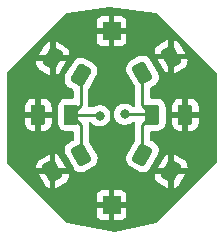
<source format=gbr>
%TF.GenerationSoftware,KiCad,Pcbnew,(7.0.0)*%
%TF.CreationDate,2023-09-10T21:06:30+09:30*%
%TF.ProjectId,ring_mono,72696e67-5f6d-46f6-9e6f-2e6b69636164,rev?*%
%TF.SameCoordinates,Original*%
%TF.FileFunction,Copper,L1,Top*%
%TF.FilePolarity,Positive*%
%FSLAX46Y46*%
G04 Gerber Fmt 4.6, Leading zero omitted, Abs format (unit mm)*
G04 Created by KiCad (PCBNEW (7.0.0)) date 2023-09-10 21:06:30*
%MOMM*%
%LPD*%
G01*
G04 APERTURE LIST*
G04 Aperture macros list*
%AMRoundRect*
0 Rectangle with rounded corners*
0 $1 Rounding radius*
0 $2 $3 $4 $5 $6 $7 $8 $9 X,Y pos of 4 corners*
0 Add a 4 corners polygon primitive as box body*
4,1,4,$2,$3,$4,$5,$6,$7,$8,$9,$2,$3,0*
0 Add four circle primitives for the rounded corners*
1,1,$1+$1,$2,$3*
1,1,$1+$1,$4,$5*
1,1,$1+$1,$6,$7*
1,1,$1+$1,$8,$9*
0 Add four rect primitives between the rounded corners*
20,1,$1+$1,$2,$3,$4,$5,0*
20,1,$1+$1,$4,$5,$6,$7,0*
20,1,$1+$1,$6,$7,$8,$9,0*
20,1,$1+$1,$8,$9,$2,$3,0*%
G04 Aperture macros list end*
%TA.AperFunction,SMDPad,CuDef*%
%ADD10RoundRect,0.250000X0.637260X0.353766X-0.012260X0.728766X-0.637260X-0.353766X0.012260X-0.728766X0*%
%TD*%
%TA.AperFunction,SMDPad,CuDef*%
%ADD11RoundRect,0.250000X0.375000X0.625000X-0.375000X0.625000X-0.375000X-0.625000X0.375000X-0.625000X0*%
%TD*%
%TA.AperFunction,SMDPad,CuDef*%
%ADD12RoundRect,0.250000X0.012260X0.728766X-0.637260X0.353766X-0.012260X-0.728766X0.637260X-0.353766X0*%
%TD*%
%TA.AperFunction,SMDPad,CuDef*%
%ADD13R,1.500000X1.500000*%
%TD*%
%TA.AperFunction,SMDPad,CuDef*%
%ADD14RoundRect,0.250000X-0.012260X-0.728766X0.637260X-0.353766X0.012260X0.728766X-0.637260X0.353766X0*%
%TD*%
%TA.AperFunction,SMDPad,CuDef*%
%ADD15RoundRect,0.250000X-0.643337X-0.342590X-0.000461X-0.728869X0.643337X0.342590X0.000461X0.728869X0*%
%TD*%
%TA.AperFunction,SMDPad,CuDef*%
%ADD16RoundRect,0.250000X-0.375000X-0.625000X0.375000X-0.625000X0.375000X0.625000X-0.375000X0.625000X0*%
%TD*%
%TA.AperFunction,ViaPad*%
%ADD17C,0.800000*%
%TD*%
%TA.AperFunction,Conductor*%
%ADD18C,0.250000*%
%TD*%
G04 APERTURE END LIST*
D10*
%TO.P,D5,1,K*%
%TO.N,/GND*%
X141928436Y-87568000D03*
%TO.P,D5,2,A*%
%TO.N,VCC*%
X139503564Y-86168000D03*
%TD*%
D11*
%TO.P,D4,1,K*%
%TO.N,/GND*%
X143132000Y-82804000D03*
%TO.P,D4,2,A*%
%TO.N,VCC*%
X140332000Y-82804000D03*
%TD*%
D12*
%TO.P,D1,1,K*%
%TO.N,/GND*%
X141928436Y-77862200D03*
%TO.P,D1,2,A*%
%TO.N,VCC*%
X139503564Y-79262200D03*
%TD*%
D13*
%TO.P,TP1,1,1*%
%TO.N,/GND*%
X136880599Y-75691999D03*
%TD*%
%TO.P,TP2,1,1*%
%TO.N,/GND*%
X136880599Y-90423999D03*
%TD*%
D14*
%TO.P,D6,1,K*%
%TO.N,/GND*%
X131883564Y-87568000D03*
%TO.P,D6,2,A*%
%TO.N,VCC*%
X134308436Y-86168000D03*
%TD*%
D15*
%TO.P,D2,1,K*%
%TO.N,/GND*%
X131895966Y-78018947D03*
%TO.P,D2,2,A*%
%TO.N,VCC*%
X134296034Y-79461053D03*
%TD*%
D16*
%TO.P,D3,1,K*%
%TO.N,/GND*%
X130680000Y-82804000D03*
%TO.P,D3,2,A*%
%TO.N,VCC*%
X133480000Y-82804000D03*
%TD*%
D17*
%TO.N,VCC*%
X135890000Y-82880200D03*
X137998200Y-82753200D03*
%TD*%
D18*
%TO.N,VCC*%
X139503564Y-83632436D02*
X140332000Y-82804000D01*
X139503564Y-81975564D02*
X139503564Y-79262200D01*
X140332000Y-82804000D02*
X139503564Y-81975564D01*
X133480000Y-82804000D02*
X134308436Y-83632436D01*
X133480000Y-82804000D02*
X135813800Y-82804000D01*
X135813800Y-82804000D02*
X135890000Y-82880200D01*
X134308436Y-83632436D02*
X134308436Y-86168000D01*
X134296034Y-81987966D02*
X134296034Y-79461053D01*
X140281200Y-82753200D02*
X140332000Y-82804000D01*
X133480000Y-82804000D02*
X134296034Y-81987966D01*
X139503564Y-86168000D02*
X139503564Y-83632436D01*
X137998200Y-82753200D02*
X140281200Y-82753200D01*
%TD*%
%TA.AperFunction,Conductor*%
%TO.N,/GND*%
G36*
X140673552Y-74163197D02*
G01*
X140712648Y-74174847D01*
X140745849Y-74198557D01*
X145759181Y-79211888D01*
X145786061Y-79252116D01*
X145795500Y-79299569D01*
X145795500Y-86816431D01*
X145786061Y-86863884D01*
X145759181Y-86904112D01*
X140741643Y-91921647D01*
X140713220Y-91942890D01*
X140679944Y-91955213D01*
X137184346Y-92704271D01*
X137135512Y-92704900D01*
X133133946Y-91954605D01*
X133098947Y-91942407D01*
X133069117Y-91920410D01*
X132367225Y-91218518D01*
X135630600Y-91218518D01*
X135630953Y-91225114D01*
X135636173Y-91273667D01*
X135639711Y-91288641D01*
X135684147Y-91407777D01*
X135692562Y-91423189D01*
X135768098Y-91524092D01*
X135780507Y-91536501D01*
X135881410Y-91612037D01*
X135896822Y-91620452D01*
X136015958Y-91664888D01*
X136030932Y-91668426D01*
X136079485Y-91673646D01*
X136086082Y-91674000D01*
X136614274Y-91674000D01*
X136627149Y-91670549D01*
X136630600Y-91657674D01*
X137130600Y-91657674D01*
X137134050Y-91670549D01*
X137146926Y-91674000D01*
X137675118Y-91674000D01*
X137681714Y-91673646D01*
X137730267Y-91668426D01*
X137745241Y-91664888D01*
X137864377Y-91620452D01*
X137879789Y-91612037D01*
X137980692Y-91536501D01*
X137993101Y-91524092D01*
X138068637Y-91423189D01*
X138077052Y-91407777D01*
X138121488Y-91288641D01*
X138125026Y-91273667D01*
X138130246Y-91225114D01*
X138130600Y-91218518D01*
X138130600Y-90690326D01*
X138127149Y-90677450D01*
X138114274Y-90674000D01*
X137146926Y-90674000D01*
X137134050Y-90677450D01*
X137130600Y-90690326D01*
X137130600Y-91657674D01*
X136630600Y-91657674D01*
X136630600Y-90690326D01*
X136627149Y-90677450D01*
X136614274Y-90674000D01*
X135646926Y-90674000D01*
X135634050Y-90677450D01*
X135630600Y-90690326D01*
X135630600Y-91218518D01*
X132367225Y-91218518D01*
X131306381Y-90157674D01*
X135630600Y-90157674D01*
X135634050Y-90170549D01*
X135646926Y-90174000D01*
X136614274Y-90174000D01*
X136627149Y-90170549D01*
X136630600Y-90157674D01*
X137130600Y-90157674D01*
X137134050Y-90170549D01*
X137146926Y-90174000D01*
X138114274Y-90174000D01*
X138127149Y-90170549D01*
X138130600Y-90157674D01*
X138130600Y-89629482D01*
X138130246Y-89622885D01*
X138125026Y-89574332D01*
X138121488Y-89559358D01*
X138077052Y-89440222D01*
X138068637Y-89424810D01*
X137993101Y-89323907D01*
X137980692Y-89311498D01*
X137879789Y-89235962D01*
X137864377Y-89227547D01*
X137745241Y-89183111D01*
X137730267Y-89179573D01*
X137681714Y-89174353D01*
X137675118Y-89174000D01*
X137146926Y-89174000D01*
X137134050Y-89177450D01*
X137130600Y-89190326D01*
X137130600Y-90157674D01*
X136630600Y-90157674D01*
X136630600Y-89190326D01*
X136627149Y-89177450D01*
X136614274Y-89174000D01*
X136086082Y-89174000D01*
X136079485Y-89174353D01*
X136030932Y-89179573D01*
X136015958Y-89183111D01*
X135896822Y-89227547D01*
X135881410Y-89235962D01*
X135780507Y-89311498D01*
X135768098Y-89323907D01*
X135692562Y-89424810D01*
X135684147Y-89440222D01*
X135639711Y-89559358D01*
X135636173Y-89574332D01*
X135630953Y-89622885D01*
X135630600Y-89629482D01*
X135630600Y-90157674D01*
X131306381Y-90157674D01*
X128969695Y-87820987D01*
X130734039Y-87820987D01*
X130737027Y-87832139D01*
X131245191Y-88712305D01*
X131248627Y-88717613D01*
X131303259Y-88793271D01*
X131312275Y-88803255D01*
X131432798Y-88910511D01*
X131444552Y-88918741D01*
X131586156Y-88995093D01*
X131599492Y-89000391D01*
X131619783Y-89005828D01*
X131631012Y-89006196D01*
X131633564Y-88995254D01*
X131633564Y-88986920D01*
X132133564Y-88986920D01*
X132136398Y-88998062D01*
X132147727Y-88996085D01*
X132200137Y-88972567D01*
X132205756Y-88969694D01*
X132936377Y-88547869D01*
X132941654Y-88544454D01*
X133017324Y-88489813D01*
X133027319Y-88480787D01*
X133134567Y-88360272D01*
X133142796Y-88348520D01*
X133219154Y-88206908D01*
X133224448Y-88193581D01*
X133266087Y-88038183D01*
X133268167Y-88023984D01*
X133272846Y-87863172D01*
X140539153Y-87863172D01*
X140543832Y-88023984D01*
X140545912Y-88038183D01*
X140587551Y-88193581D01*
X140592845Y-88206908D01*
X140669203Y-88348520D01*
X140677432Y-88360272D01*
X140784684Y-88480791D01*
X140794671Y-88489810D01*
X140870327Y-88544442D01*
X140875635Y-88547878D01*
X141606243Y-88969694D01*
X141611856Y-88972564D01*
X141664273Y-88996085D01*
X141675601Y-88998062D01*
X141676315Y-88995254D01*
X142178436Y-88995254D01*
X142180987Y-89006196D01*
X142192216Y-89005828D01*
X142212507Y-89000391D01*
X142225843Y-88995093D01*
X142367447Y-88918741D01*
X142379201Y-88910511D01*
X142499724Y-88803255D01*
X142508740Y-88793270D01*
X142563372Y-88717614D01*
X142566808Y-88712306D01*
X143074972Y-87832139D01*
X143077960Y-87820987D01*
X143066810Y-87818000D01*
X142194762Y-87818000D01*
X142181886Y-87821450D01*
X142178436Y-87834326D01*
X142178436Y-88995254D01*
X141676315Y-88995254D01*
X141678436Y-88986920D01*
X141678436Y-87834326D01*
X141674985Y-87821450D01*
X141662110Y-87818000D01*
X140560971Y-87818000D01*
X140549035Y-87820767D01*
X140543911Y-87831896D01*
X140540404Y-87848880D01*
X140539153Y-87863172D01*
X133272846Y-87863172D01*
X133271595Y-87848880D01*
X133268088Y-87831896D01*
X133262964Y-87820767D01*
X133251029Y-87818000D01*
X132149890Y-87818000D01*
X132137014Y-87821450D01*
X132133564Y-87834326D01*
X132133564Y-88986920D01*
X131633564Y-88986920D01*
X131633564Y-87834326D01*
X131630113Y-87821450D01*
X131617238Y-87818000D01*
X130745190Y-87818000D01*
X130734039Y-87820987D01*
X128969695Y-87820987D01*
X128421535Y-87272827D01*
X130494281Y-87272827D01*
X130495532Y-87287119D01*
X130499039Y-87304103D01*
X130504163Y-87315232D01*
X130516099Y-87318000D01*
X131617238Y-87318000D01*
X131630113Y-87314549D01*
X131633564Y-87301674D01*
X132133564Y-87301674D01*
X132137014Y-87314549D01*
X132149890Y-87318000D01*
X133021938Y-87318000D01*
X133033088Y-87315012D01*
X133030100Y-87303860D01*
X132521936Y-86423694D01*
X132518500Y-86418386D01*
X132463868Y-86342728D01*
X132454852Y-86332744D01*
X132334329Y-86225488D01*
X132322575Y-86217258D01*
X132180971Y-86140906D01*
X132167635Y-86135608D01*
X132147344Y-86130171D01*
X132136115Y-86129803D01*
X132133564Y-86140746D01*
X132133564Y-87301674D01*
X131633564Y-87301674D01*
X131633564Y-86149080D01*
X131630729Y-86137937D01*
X131619400Y-86139914D01*
X131566990Y-86163432D01*
X131561371Y-86166305D01*
X130830750Y-86588130D01*
X130825473Y-86591545D01*
X130749803Y-86646186D01*
X130739808Y-86655212D01*
X130632560Y-86775727D01*
X130624331Y-86787479D01*
X130547973Y-86929091D01*
X130542679Y-86942418D01*
X130501040Y-87097816D01*
X130498960Y-87112015D01*
X130494281Y-87272827D01*
X128421535Y-87272827D01*
X128052819Y-86904111D01*
X128025939Y-86863883D01*
X128016500Y-86816430D01*
X128016500Y-83475829D01*
X129555001Y-83475829D01*
X129555321Y-83482111D01*
X129564805Y-83574959D01*
X129567623Y-83588122D01*
X129618370Y-83741267D01*
X129624432Y-83754266D01*
X129708890Y-83891194D01*
X129717794Y-83902455D01*
X129831544Y-84016205D01*
X129842805Y-84025109D01*
X129979733Y-84109567D01*
X129992732Y-84115629D01*
X130145874Y-84166375D01*
X130159041Y-84169194D01*
X130251890Y-84178680D01*
X130258168Y-84179000D01*
X130413674Y-84179000D01*
X130426549Y-84175549D01*
X130430000Y-84162674D01*
X130430000Y-84162673D01*
X130930000Y-84162673D01*
X130933450Y-84175548D01*
X130946326Y-84178999D01*
X131101829Y-84178999D01*
X131108111Y-84178678D01*
X131200959Y-84169194D01*
X131214122Y-84166376D01*
X131367267Y-84115629D01*
X131380266Y-84109567D01*
X131517194Y-84025109D01*
X131528455Y-84016205D01*
X131642205Y-83902455D01*
X131651109Y-83891194D01*
X131735567Y-83754266D01*
X131741629Y-83741267D01*
X131792375Y-83588125D01*
X131795194Y-83574958D01*
X131804680Y-83482109D01*
X131804998Y-83475878D01*
X132354500Y-83475878D01*
X132354501Y-83479008D01*
X132354820Y-83482140D01*
X132354821Y-83482141D01*
X132364312Y-83575061D01*
X132364313Y-83575069D01*
X132365001Y-83581797D01*
X132367129Y-83588219D01*
X132367130Y-83588223D01*
X132393493Y-83667781D01*
X132420186Y-83748334D01*
X132423977Y-83754480D01*
X132508497Y-83891511D01*
X132508500Y-83891515D01*
X132512288Y-83897656D01*
X132636344Y-84021712D01*
X132642485Y-84025500D01*
X132642488Y-84025502D01*
X132699558Y-84060702D01*
X132785666Y-84113814D01*
X132952203Y-84168999D01*
X133054991Y-84179500D01*
X133558936Y-84179499D01*
X133620936Y-84196112D01*
X133666323Y-84241499D01*
X133682936Y-84303499D01*
X133682936Y-84869252D01*
X133666323Y-84931252D01*
X133620936Y-84976638D01*
X133529946Y-85029172D01*
X133255346Y-85187712D01*
X133255337Y-85187717D01*
X133252619Y-85189287D01*
X133250086Y-85191115D01*
X133250069Y-85191127D01*
X133174341Y-85245810D01*
X133174336Y-85245813D01*
X133168851Y-85249775D01*
X133164347Y-85254835D01*
X133164346Y-85254837D01*
X133057021Y-85375437D01*
X133057018Y-85375441D01*
X133052218Y-85380835D01*
X133048793Y-85387186D01*
X133048788Y-85387194D01*
X132972381Y-85528898D01*
X132968952Y-85535258D01*
X132967084Y-85542227D01*
X132967082Y-85542234D01*
X132925414Y-85697743D01*
X132925412Y-85697751D01*
X132923545Y-85704722D01*
X132923335Y-85711933D01*
X132923334Y-85711942D01*
X132918652Y-85872872D01*
X132918652Y-85872880D01*
X132918443Y-85880090D01*
X132919902Y-85887158D01*
X132919903Y-85887164D01*
X132952550Y-86045274D01*
X132953920Y-86051908D01*
X132956688Y-86058078D01*
X132956690Y-86058082D01*
X132986372Y-86124230D01*
X132996220Y-86146175D01*
X132997798Y-86148909D01*
X132997799Y-86148910D01*
X133664750Y-87304103D01*
X133671229Y-87315324D01*
X133731717Y-87399091D01*
X133862777Y-87515724D01*
X133869129Y-87519149D01*
X133869132Y-87519151D01*
X133969028Y-87573015D01*
X134017201Y-87598990D01*
X134140545Y-87632040D01*
X134179688Y-87642529D01*
X134179689Y-87642529D01*
X134186664Y-87644398D01*
X134362032Y-87649499D01*
X134533850Y-87614022D01*
X134628117Y-87571722D01*
X135364253Y-87146713D01*
X135448021Y-87086225D01*
X135564654Y-86955165D01*
X135647920Y-86800742D01*
X135693327Y-86631278D01*
X135698429Y-86455910D01*
X135662952Y-86284092D01*
X135620652Y-86189825D01*
X135080833Y-85254832D01*
X134950549Y-85029173D01*
X134933936Y-84967173D01*
X134933936Y-83710207D01*
X134934456Y-83699154D01*
X134936108Y-83691768D01*
X134933997Y-83624580D01*
X134933936Y-83620686D01*
X134933936Y-83596981D01*
X134933936Y-83593086D01*
X134933434Y-83589117D01*
X134932516Y-83577458D01*
X134932390Y-83573453D01*
X134931885Y-83557391D01*
X134947164Y-83493760D01*
X134992705Y-83446767D01*
X135055825Y-83429500D01*
X135117642Y-83429500D01*
X135168077Y-83440220D01*
X135209791Y-83470527D01*
X135220221Y-83482111D01*
X135266522Y-83533534D01*
X135284129Y-83553088D01*
X135289387Y-83556908D01*
X135289388Y-83556909D01*
X135323644Y-83581797D01*
X135437270Y-83664351D01*
X135610197Y-83741344D01*
X135795354Y-83780700D01*
X135978143Y-83780700D01*
X135984646Y-83780700D01*
X136169803Y-83741344D01*
X136342730Y-83664351D01*
X136495871Y-83553088D01*
X136622533Y-83412416D01*
X136717179Y-83248484D01*
X136775674Y-83068456D01*
X136795460Y-82880200D01*
X136782112Y-82753200D01*
X137092740Y-82753200D01*
X137093419Y-82759660D01*
X137111846Y-82934995D01*
X137111847Y-82935003D01*
X137112526Y-82941456D01*
X137114531Y-82947628D01*
X137114533Y-82947635D01*
X137169013Y-83115305D01*
X137171021Y-83121484D01*
X137174268Y-83127108D01*
X137174269Y-83127110D01*
X137247592Y-83254110D01*
X137265667Y-83285416D01*
X137270011Y-83290241D01*
X137270013Y-83290243D01*
X137384064Y-83416909D01*
X137392329Y-83426088D01*
X137545470Y-83537351D01*
X137718397Y-83614344D01*
X137903554Y-83653700D01*
X138086343Y-83653700D01*
X138092846Y-83653700D01*
X138278003Y-83614344D01*
X138450930Y-83537351D01*
X138604071Y-83426088D01*
X138609801Y-83419723D01*
X138611471Y-83418510D01*
X138613250Y-83416909D01*
X138613418Y-83417095D01*
X138651515Y-83389419D01*
X138701948Y-83378700D01*
X138763063Y-83378700D01*
X138817615Y-83391344D01*
X138861041Y-83426698D01*
X138884486Y-83477552D01*
X138883168Y-83533534D01*
X138880003Y-83545861D01*
X138880002Y-83545868D01*
X138878064Y-83553417D01*
X138878064Y-83561213D01*
X138878064Y-83573453D01*
X138876538Y-83592838D01*
X138873404Y-83612632D01*
X138874138Y-83620397D01*
X138874138Y-83620400D01*
X138877514Y-83656112D01*
X138878064Y-83667781D01*
X138878064Y-84967172D01*
X138861451Y-85029172D01*
X138192927Y-86187090D01*
X138192918Y-86187105D01*
X138191349Y-86189825D01*
X138190061Y-86192694D01*
X138190057Y-86192703D01*
X138151820Y-86277914D01*
X138149048Y-86284092D01*
X138147679Y-86290721D01*
X138147678Y-86290725D01*
X138115031Y-86448835D01*
X138115030Y-86448842D01*
X138113571Y-86455910D01*
X138113780Y-86463118D01*
X138113780Y-86463127D01*
X138118462Y-86624057D01*
X138118463Y-86624064D01*
X138118673Y-86631278D01*
X138120541Y-86638250D01*
X138120542Y-86638256D01*
X138162210Y-86793765D01*
X138162211Y-86793769D01*
X138164080Y-86800742D01*
X138167509Y-86807101D01*
X138243916Y-86948805D01*
X138243918Y-86948808D01*
X138247346Y-86955165D01*
X138363979Y-87086225D01*
X138447745Y-87146713D01*
X139183882Y-87571721D01*
X139278150Y-87614022D01*
X139449968Y-87649499D01*
X139625336Y-87644398D01*
X139794799Y-87598990D01*
X139949223Y-87515724D01*
X140080283Y-87399091D01*
X140140771Y-87315325D01*
X140140952Y-87315012D01*
X140778911Y-87315012D01*
X140790062Y-87318000D01*
X141662110Y-87318000D01*
X141674985Y-87314549D01*
X141678436Y-87301674D01*
X142178436Y-87301674D01*
X142181886Y-87314549D01*
X142194762Y-87318000D01*
X143295901Y-87318000D01*
X143307836Y-87315232D01*
X143312960Y-87304103D01*
X143316467Y-87287119D01*
X143317718Y-87272827D01*
X143313039Y-87112015D01*
X143310959Y-87097816D01*
X143269320Y-86942418D01*
X143264026Y-86929091D01*
X143187668Y-86787479D01*
X143179439Y-86775727D01*
X143072187Y-86655208D01*
X143062200Y-86646189D01*
X142986544Y-86591557D01*
X142981236Y-86588121D01*
X142250628Y-86166305D01*
X142245015Y-86163435D01*
X142192598Y-86139914D01*
X142181270Y-86137937D01*
X142178436Y-86149080D01*
X142178436Y-87301674D01*
X141678436Y-87301674D01*
X141678436Y-86140746D01*
X141675884Y-86129803D01*
X141664655Y-86130171D01*
X141644364Y-86135608D01*
X141631028Y-86140906D01*
X141489424Y-86217258D01*
X141477670Y-86225488D01*
X141357147Y-86332744D01*
X141348131Y-86342729D01*
X141293499Y-86418385D01*
X141290063Y-86423693D01*
X140781899Y-87303860D01*
X140778911Y-87315012D01*
X140140952Y-87315012D01*
X140815779Y-86146175D01*
X140858080Y-86051908D01*
X140893557Y-85880090D01*
X140888455Y-85704722D01*
X140843048Y-85535258D01*
X140759782Y-85380835D01*
X140643149Y-85249775D01*
X140559383Y-85189287D01*
X140556653Y-85187711D01*
X140556641Y-85187703D01*
X140302096Y-85040742D01*
X140191063Y-84976638D01*
X140145677Y-84931252D01*
X140129064Y-84869252D01*
X140129064Y-84303500D01*
X140145677Y-84241500D01*
X140191064Y-84196113D01*
X140253064Y-84179500D01*
X140741451Y-84179499D01*
X140757008Y-84179499D01*
X140859797Y-84168999D01*
X141026334Y-84113814D01*
X141175656Y-84021712D01*
X141299712Y-83897656D01*
X141391814Y-83748334D01*
X141446999Y-83581797D01*
X141457500Y-83479009D01*
X141457500Y-83475829D01*
X142007001Y-83475829D01*
X142007321Y-83482111D01*
X142016805Y-83574959D01*
X142019623Y-83588122D01*
X142070370Y-83741267D01*
X142076432Y-83754266D01*
X142160890Y-83891194D01*
X142169794Y-83902455D01*
X142283544Y-84016205D01*
X142294805Y-84025109D01*
X142431733Y-84109567D01*
X142444732Y-84115629D01*
X142597874Y-84166375D01*
X142611041Y-84169194D01*
X142703890Y-84178680D01*
X142710168Y-84179000D01*
X142865674Y-84179000D01*
X142878549Y-84175549D01*
X142882000Y-84162674D01*
X142882000Y-84162673D01*
X143382000Y-84162673D01*
X143385450Y-84175548D01*
X143398326Y-84178999D01*
X143553829Y-84178999D01*
X143560111Y-84178678D01*
X143652959Y-84169194D01*
X143666122Y-84166376D01*
X143819267Y-84115629D01*
X143832266Y-84109567D01*
X143969194Y-84025109D01*
X143980455Y-84016205D01*
X144094205Y-83902455D01*
X144103109Y-83891194D01*
X144187567Y-83754266D01*
X144193629Y-83741267D01*
X144244375Y-83588125D01*
X144247194Y-83574958D01*
X144256680Y-83482109D01*
X144257000Y-83475832D01*
X144257000Y-83070326D01*
X144253549Y-83057450D01*
X144240674Y-83054000D01*
X143398326Y-83054000D01*
X143385450Y-83057450D01*
X143382000Y-83070326D01*
X143382000Y-84162673D01*
X142882000Y-84162673D01*
X142882000Y-83070326D01*
X142878549Y-83057450D01*
X142865674Y-83054000D01*
X142023327Y-83054000D01*
X142010451Y-83057450D01*
X142007001Y-83070326D01*
X142007001Y-83475829D01*
X141457500Y-83475829D01*
X141457499Y-82537674D01*
X142007000Y-82537674D01*
X142010450Y-82550549D01*
X142023326Y-82554000D01*
X142865674Y-82554000D01*
X142878549Y-82550549D01*
X142882000Y-82537674D01*
X143382000Y-82537674D01*
X143385450Y-82550549D01*
X143398326Y-82554000D01*
X144240673Y-82554000D01*
X144253548Y-82550549D01*
X144256999Y-82537674D01*
X144256999Y-82132171D01*
X144256678Y-82125888D01*
X144247194Y-82033040D01*
X144244376Y-82019877D01*
X144193629Y-81866732D01*
X144187567Y-81853733D01*
X144103109Y-81716805D01*
X144094205Y-81705544D01*
X143980455Y-81591794D01*
X143969194Y-81582890D01*
X143832266Y-81498432D01*
X143819267Y-81492370D01*
X143666125Y-81441624D01*
X143652958Y-81438805D01*
X143560109Y-81429319D01*
X143553832Y-81429000D01*
X143398326Y-81429000D01*
X143385450Y-81432450D01*
X143382000Y-81445326D01*
X143382000Y-82537674D01*
X142882000Y-82537674D01*
X142882000Y-81445327D01*
X142878549Y-81432451D01*
X142865674Y-81429001D01*
X142710171Y-81429001D01*
X142703888Y-81429321D01*
X142611040Y-81438805D01*
X142597877Y-81441623D01*
X142444732Y-81492370D01*
X142431733Y-81498432D01*
X142294805Y-81582890D01*
X142283544Y-81591794D01*
X142169794Y-81705544D01*
X142160890Y-81716805D01*
X142076432Y-81853733D01*
X142070370Y-81866732D01*
X142019624Y-82019874D01*
X142016805Y-82033041D01*
X142007319Y-82125890D01*
X142007000Y-82132168D01*
X142007000Y-82537674D01*
X141457499Y-82537674D01*
X141457499Y-82128992D01*
X141446999Y-82026203D01*
X141391814Y-81859666D01*
X141338702Y-81773558D01*
X141303502Y-81716488D01*
X141303500Y-81716485D01*
X141299712Y-81710344D01*
X141175656Y-81586288D01*
X141169515Y-81582500D01*
X141169511Y-81582497D01*
X141032480Y-81497977D01*
X141026334Y-81494186D01*
X140859797Y-81439001D01*
X140853064Y-81438313D01*
X140853059Y-81438312D01*
X140760140Y-81428819D01*
X140760123Y-81428818D01*
X140757009Y-81428500D01*
X140753860Y-81428500D01*
X140741457Y-81428500D01*
X140253063Y-81428500D01*
X140191064Y-81411888D01*
X140145677Y-81366501D01*
X140129064Y-81304501D01*
X140129064Y-80560948D01*
X140145677Y-80498948D01*
X140191064Y-80453561D01*
X140559381Y-80240913D01*
X140643149Y-80180425D01*
X140759782Y-80049365D01*
X140843048Y-79894942D01*
X140888455Y-79725478D01*
X140893557Y-79550110D01*
X140858080Y-79378292D01*
X140815780Y-79284025D01*
X140140951Y-78115187D01*
X140778911Y-78115187D01*
X140781899Y-78126339D01*
X141290063Y-79006505D01*
X141293499Y-79011813D01*
X141348131Y-79087471D01*
X141357147Y-79097455D01*
X141477670Y-79204711D01*
X141489424Y-79212941D01*
X141631028Y-79289293D01*
X141644364Y-79294591D01*
X141664655Y-79300028D01*
X141675884Y-79300396D01*
X141678436Y-79289454D01*
X141678436Y-79281120D01*
X142178436Y-79281120D01*
X142181270Y-79292262D01*
X142192599Y-79290285D01*
X142245009Y-79266767D01*
X142250628Y-79263894D01*
X142981249Y-78842069D01*
X142986526Y-78838654D01*
X143062196Y-78784013D01*
X143072191Y-78774987D01*
X143179439Y-78654472D01*
X143187668Y-78642720D01*
X143264026Y-78501108D01*
X143269320Y-78487781D01*
X143310959Y-78332383D01*
X143313039Y-78318184D01*
X143317718Y-78157372D01*
X143316467Y-78143080D01*
X143312960Y-78126096D01*
X143307836Y-78114967D01*
X143295901Y-78112200D01*
X142194762Y-78112200D01*
X142181886Y-78115650D01*
X142178436Y-78128526D01*
X142178436Y-79281120D01*
X141678436Y-79281120D01*
X141678436Y-78128526D01*
X141674985Y-78115650D01*
X141662110Y-78112200D01*
X140790062Y-78112200D01*
X140778911Y-78115187D01*
X140140951Y-78115187D01*
X140140771Y-78114876D01*
X140080283Y-78031109D01*
X139949223Y-77914476D01*
X139942872Y-77911051D01*
X139942867Y-77911048D01*
X139801154Y-77834636D01*
X139801149Y-77834634D01*
X139794799Y-77831210D01*
X139787824Y-77829341D01*
X139632311Y-77787670D01*
X139632303Y-77787668D01*
X139625336Y-77785802D01*
X139618118Y-77785592D01*
X139457185Y-77780910D01*
X139457177Y-77780910D01*
X139449968Y-77780701D01*
X139442900Y-77782160D01*
X139442893Y-77782161D01*
X139284778Y-77814809D01*
X139284774Y-77814810D01*
X139278150Y-77816178D01*
X139271982Y-77818945D01*
X139271975Y-77818948D01*
X139186766Y-77857184D01*
X139186760Y-77857186D01*
X139183883Y-77858478D01*
X139181156Y-77860052D01*
X139181147Y-77860057D01*
X138450474Y-78281912D01*
X138450465Y-78281917D01*
X138447747Y-78283487D01*
X138445214Y-78285315D01*
X138445197Y-78285327D01*
X138369469Y-78340010D01*
X138369464Y-78340013D01*
X138363979Y-78343975D01*
X138359475Y-78349035D01*
X138359474Y-78349037D01*
X138252149Y-78469637D01*
X138252146Y-78469641D01*
X138247346Y-78475035D01*
X138243921Y-78481386D01*
X138243916Y-78481394D01*
X138168625Y-78621029D01*
X138164080Y-78629458D01*
X138162212Y-78636427D01*
X138162210Y-78636434D01*
X138120542Y-78791943D01*
X138120540Y-78791951D01*
X138118673Y-78798922D01*
X138118463Y-78806133D01*
X138118462Y-78806142D01*
X138113780Y-78967072D01*
X138113780Y-78967080D01*
X138113571Y-78974290D01*
X138115030Y-78981358D01*
X138115031Y-78981364D01*
X138139002Y-79097455D01*
X138149048Y-79146108D01*
X138151816Y-79152278D01*
X138151818Y-79152282D01*
X138175345Y-79204711D01*
X138191348Y-79240375D01*
X138192926Y-79243109D01*
X138192927Y-79243110D01*
X138861451Y-80401027D01*
X138878064Y-80463027D01*
X138878064Y-81897789D01*
X138877542Y-81908844D01*
X138875891Y-81916231D01*
X138876135Y-81924017D01*
X138876135Y-81924025D01*
X138878003Y-81983437D01*
X138878064Y-81987332D01*
X138878064Y-82003700D01*
X138861451Y-82065700D01*
X138816064Y-82111087D01*
X138754064Y-82127700D01*
X138701948Y-82127700D01*
X138651515Y-82116981D01*
X138613418Y-82089304D01*
X138613250Y-82089491D01*
X138611471Y-82087889D01*
X138609801Y-82086676D01*
X138604071Y-82080312D01*
X138598813Y-82076492D01*
X138598811Y-82076490D01*
X138456188Y-81972869D01*
X138456187Y-81972868D01*
X138450930Y-81969049D01*
X138444992Y-81966405D01*
X138283945Y-81894701D01*
X138283940Y-81894699D01*
X138278003Y-81892056D01*
X138271644Y-81890704D01*
X138271640Y-81890703D01*
X138099208Y-81854052D01*
X138099205Y-81854051D01*
X138092846Y-81852700D01*
X137903554Y-81852700D01*
X137897195Y-81854051D01*
X137897191Y-81854052D01*
X137724759Y-81890703D01*
X137724752Y-81890705D01*
X137718397Y-81892056D01*
X137712462Y-81894698D01*
X137712454Y-81894701D01*
X137551407Y-81966405D01*
X137551402Y-81966407D01*
X137545470Y-81969049D01*
X137540216Y-81972865D01*
X137540211Y-81972869D01*
X137397588Y-82076490D01*
X137397581Y-82076495D01*
X137392329Y-82080312D01*
X137387984Y-82085137D01*
X137387979Y-82085142D01*
X137270013Y-82216156D01*
X137270008Y-82216162D01*
X137265667Y-82220984D01*
X137262422Y-82226604D01*
X137262418Y-82226610D01*
X137174269Y-82379289D01*
X137174266Y-82379294D01*
X137171021Y-82384916D01*
X137169015Y-82391088D01*
X137169013Y-82391094D01*
X137114533Y-82558764D01*
X137114531Y-82558773D01*
X137112526Y-82564944D01*
X137111848Y-82571394D01*
X137111846Y-82571404D01*
X137099178Y-82691944D01*
X137092740Y-82753200D01*
X136782112Y-82753200D01*
X136775674Y-82691944D01*
X136717179Y-82511916D01*
X136622533Y-82347984D01*
X136495871Y-82207312D01*
X136490613Y-82203492D01*
X136490611Y-82203490D01*
X136347988Y-82099869D01*
X136347987Y-82099868D01*
X136342730Y-82096049D01*
X136324403Y-82087889D01*
X136175745Y-82021701D01*
X136175740Y-82021699D01*
X136169803Y-82019056D01*
X136163444Y-82017704D01*
X136163440Y-82017703D01*
X135991008Y-81981052D01*
X135991005Y-81981051D01*
X135984646Y-81979700D01*
X135795354Y-81979700D01*
X135788995Y-81981051D01*
X135788991Y-81981052D01*
X135616559Y-82017703D01*
X135616552Y-82017705D01*
X135610197Y-82019056D01*
X135604262Y-82021698D01*
X135604254Y-82021701D01*
X135443207Y-82093405D01*
X135443202Y-82093407D01*
X135437270Y-82096049D01*
X135432016Y-82099865D01*
X135432011Y-82099869D01*
X135356381Y-82154818D01*
X135321814Y-82172431D01*
X135283496Y-82178500D01*
X135045534Y-82178500D01*
X134983534Y-82161887D01*
X134938147Y-82116500D01*
X134921534Y-82054500D01*
X134921534Y-82046949D01*
X134923061Y-82027551D01*
X134924973Y-82015479D01*
X134924972Y-82015479D01*
X134926194Y-82007770D01*
X134922084Y-81964290D01*
X134921534Y-81952621D01*
X134921534Y-80639710D01*
X134939245Y-80575845D01*
X135242994Y-80070321D01*
X135608430Y-79462133D01*
X135652370Y-79368618D01*
X135690840Y-79197445D01*
X135688800Y-79022015D01*
X135646356Y-78851785D01*
X135565798Y-78695932D01*
X135508689Y-78629458D01*
X135455879Y-78567987D01*
X135451471Y-78562856D01*
X135368773Y-78500915D01*
X135144223Y-78365992D01*
X134642864Y-78064746D01*
X134642853Y-78064740D01*
X134640165Y-78063125D01*
X134637321Y-78061788D01*
X134637316Y-78061786D01*
X134552776Y-78022063D01*
X134552772Y-78022061D01*
X134546650Y-78019185D01*
X134516782Y-78012472D01*
X134382520Y-77982297D01*
X134382514Y-77982296D01*
X134375478Y-77980715D01*
X134368269Y-77980798D01*
X134368262Y-77980798D01*
X134207269Y-77982671D01*
X134207268Y-77982671D01*
X134200048Y-77982755D01*
X134193043Y-77984501D01*
X134193039Y-77984502D01*
X134036824Y-78023450D01*
X134036816Y-78023452D01*
X134029817Y-78025198D01*
X134023408Y-78028510D01*
X134023399Y-78028514D01*
X133880379Y-78102440D01*
X133873964Y-78105756D01*
X133868492Y-78110456D01*
X133868486Y-78110461D01*
X133746026Y-78215669D01*
X133746021Y-78215673D01*
X133740888Y-78220084D01*
X133736834Y-78225495D01*
X133736826Y-78225505D01*
X133680842Y-78300252D01*
X133680833Y-78300264D01*
X133678948Y-78302782D01*
X133677331Y-78305473D01*
X133677321Y-78305488D01*
X132985259Y-79457273D01*
X132985248Y-79457292D01*
X132983638Y-79459973D01*
X132982305Y-79462808D01*
X132982299Y-79462821D01*
X132942576Y-79547361D01*
X132942573Y-79547368D01*
X132939698Y-79553488D01*
X132938213Y-79560093D01*
X132938213Y-79560095D01*
X132902810Y-79717617D01*
X132902809Y-79717626D01*
X132901228Y-79724661D01*
X132901311Y-79731868D01*
X132901311Y-79731876D01*
X132903127Y-79887965D01*
X132903268Y-79900091D01*
X132905013Y-79907091D01*
X132905014Y-79907096D01*
X132943965Y-80063317D01*
X132943966Y-80063322D01*
X132945712Y-80070321D01*
X133026270Y-80226174D01*
X133030973Y-80231649D01*
X133030975Y-80231651D01*
X133136188Y-80354118D01*
X133140597Y-80359250D01*
X133223295Y-80421191D01*
X133610399Y-80653786D01*
X133654458Y-80699013D01*
X133670534Y-80760074D01*
X133670534Y-81304500D01*
X133653921Y-81366500D01*
X133608534Y-81411887D01*
X133546534Y-81428500D01*
X133058141Y-81428500D01*
X133058121Y-81428500D01*
X133054992Y-81428501D01*
X133051860Y-81428820D01*
X133051858Y-81428821D01*
X132958938Y-81438312D01*
X132958928Y-81438313D01*
X132952203Y-81439001D01*
X132945781Y-81441128D01*
X132945776Y-81441130D01*
X132792521Y-81491914D01*
X132792517Y-81491915D01*
X132785666Y-81494186D01*
X132779522Y-81497975D01*
X132779519Y-81497977D01*
X132642488Y-81582497D01*
X132642480Y-81582503D01*
X132636344Y-81586288D01*
X132631242Y-81591389D01*
X132631238Y-81591393D01*
X132517393Y-81705238D01*
X132517389Y-81705242D01*
X132512288Y-81710344D01*
X132508503Y-81716480D01*
X132508497Y-81716488D01*
X132423977Y-81853519D01*
X132420186Y-81859666D01*
X132417915Y-81866517D01*
X132417914Y-81866521D01*
X132367369Y-82019056D01*
X132365001Y-82026203D01*
X132364313Y-82032933D01*
X132364312Y-82032940D01*
X132354819Y-82125859D01*
X132354818Y-82125877D01*
X132354500Y-82128991D01*
X132354500Y-82132138D01*
X132354500Y-82132139D01*
X132354500Y-83475859D01*
X132354500Y-83475878D01*
X131804998Y-83475878D01*
X131805000Y-83475832D01*
X131805000Y-83070326D01*
X131801549Y-83057450D01*
X131788674Y-83054000D01*
X130946326Y-83054000D01*
X130933450Y-83057450D01*
X130930000Y-83070326D01*
X130930000Y-84162673D01*
X130430000Y-84162673D01*
X130430000Y-83070326D01*
X130426549Y-83057450D01*
X130413674Y-83054000D01*
X129571327Y-83054000D01*
X129558451Y-83057450D01*
X129555001Y-83070326D01*
X129555001Y-83475829D01*
X128016500Y-83475829D01*
X128016500Y-82537674D01*
X129555000Y-82537674D01*
X129558450Y-82550549D01*
X129571326Y-82554000D01*
X130413674Y-82554000D01*
X130426549Y-82550549D01*
X130430000Y-82537674D01*
X130930000Y-82537674D01*
X130933450Y-82550549D01*
X130946326Y-82554000D01*
X131788673Y-82554000D01*
X131801548Y-82550549D01*
X131804999Y-82537674D01*
X131804999Y-82132171D01*
X131804678Y-82125888D01*
X131795194Y-82033040D01*
X131792376Y-82019877D01*
X131741629Y-81866732D01*
X131735567Y-81853733D01*
X131651109Y-81716805D01*
X131642205Y-81705544D01*
X131528455Y-81591794D01*
X131517194Y-81582890D01*
X131380266Y-81498432D01*
X131367267Y-81492370D01*
X131214125Y-81441624D01*
X131200958Y-81438805D01*
X131108109Y-81429319D01*
X131101832Y-81429000D01*
X130946326Y-81429000D01*
X130933450Y-81432450D01*
X130930000Y-81445326D01*
X130930000Y-82537674D01*
X130430000Y-82537674D01*
X130430000Y-81445327D01*
X130426549Y-81432451D01*
X130413674Y-81429001D01*
X130258171Y-81429001D01*
X130251888Y-81429321D01*
X130159040Y-81438805D01*
X130145877Y-81441623D01*
X129992732Y-81492370D01*
X129979733Y-81498432D01*
X129842805Y-81582890D01*
X129831544Y-81591794D01*
X129717794Y-81705544D01*
X129708890Y-81716805D01*
X129624432Y-81853733D01*
X129618370Y-81866732D01*
X129567624Y-82019874D01*
X129564805Y-82033041D01*
X129555319Y-82125890D01*
X129555000Y-82132168D01*
X129555000Y-82537674D01*
X128016500Y-82537674D01*
X128016500Y-79299570D01*
X128025939Y-79252117D01*
X128052819Y-79211889D01*
X128814009Y-78450699D01*
X128974881Y-78289827D01*
X130501744Y-78289827D01*
X130503615Y-78450699D01*
X130505447Y-78464928D01*
X130544366Y-78621029D01*
X130549430Y-78634454D01*
X130623302Y-78777373D01*
X130631322Y-78789263D01*
X130736455Y-78911634D01*
X130746292Y-78920834D01*
X130820987Y-78976781D01*
X130826209Y-78980293D01*
X131549366Y-79414809D01*
X131554918Y-79417771D01*
X131639177Y-79457361D01*
X131643492Y-79457349D01*
X131645966Y-79446492D01*
X131645966Y-79444200D01*
X132145966Y-79444200D01*
X132148484Y-79455107D01*
X132158012Y-79454941D01*
X132168419Y-79451015D01*
X132311338Y-79377142D01*
X132323231Y-79369121D01*
X132445602Y-79263990D01*
X132454802Y-79254153D01*
X132510744Y-79179464D01*
X132514265Y-79174228D01*
X133049734Y-78283057D01*
X133052890Y-78271958D01*
X133041750Y-78268947D01*
X132162292Y-78268947D01*
X132149416Y-78272397D01*
X132145966Y-78285273D01*
X132145966Y-79444200D01*
X131645966Y-79444200D01*
X131645966Y-78285273D01*
X131642515Y-78272397D01*
X131629640Y-78268947D01*
X130518738Y-78268947D01*
X130506897Y-78271656D01*
X130502739Y-78280351D01*
X130501744Y-78289827D01*
X128974881Y-78289827D01*
X129498773Y-77765935D01*
X130739041Y-77765935D01*
X130750182Y-77768947D01*
X131629640Y-77768947D01*
X131642515Y-77765496D01*
X131645966Y-77752621D01*
X132145966Y-77752621D01*
X132149416Y-77765496D01*
X132162292Y-77768947D01*
X133273194Y-77768947D01*
X133285034Y-77766237D01*
X133289192Y-77757542D01*
X133290187Y-77748066D01*
X133288316Y-77587194D01*
X133286484Y-77572965D01*
X133285004Y-77567027D01*
X140539153Y-77567027D01*
X140540404Y-77581319D01*
X140543911Y-77598303D01*
X140549035Y-77609432D01*
X140560971Y-77612200D01*
X141662110Y-77612200D01*
X141674985Y-77608749D01*
X141678436Y-77595874D01*
X142178436Y-77595874D01*
X142181886Y-77608749D01*
X142194762Y-77612200D01*
X143066810Y-77612200D01*
X143077960Y-77609212D01*
X143074972Y-77598060D01*
X142566808Y-76717894D01*
X142563372Y-76712586D01*
X142508740Y-76636928D01*
X142499724Y-76626944D01*
X142379201Y-76519688D01*
X142367447Y-76511458D01*
X142225843Y-76435106D01*
X142212507Y-76429808D01*
X142192216Y-76424371D01*
X142180987Y-76424003D01*
X142178436Y-76434946D01*
X142178436Y-77595874D01*
X141678436Y-77595874D01*
X141678436Y-76443280D01*
X141675601Y-76432137D01*
X141664272Y-76434114D01*
X141611862Y-76457632D01*
X141606243Y-76460505D01*
X140875622Y-76882330D01*
X140870345Y-76885745D01*
X140794675Y-76940386D01*
X140784680Y-76949412D01*
X140677432Y-77069927D01*
X140669203Y-77081679D01*
X140592845Y-77223291D01*
X140587551Y-77236618D01*
X140545912Y-77392016D01*
X140543832Y-77406215D01*
X140539153Y-77567027D01*
X133285004Y-77567027D01*
X133247565Y-77416864D01*
X133242501Y-77403439D01*
X133168629Y-77260520D01*
X133160609Y-77248630D01*
X133055476Y-77126259D01*
X133045639Y-77117059D01*
X132970944Y-77061112D01*
X132965722Y-77057600D01*
X132242565Y-76623084D01*
X132237013Y-76620122D01*
X132152754Y-76580532D01*
X132148439Y-76580544D01*
X132145966Y-76591402D01*
X132145966Y-77752621D01*
X131645966Y-77752621D01*
X131645966Y-76593694D01*
X131643447Y-76582786D01*
X131633919Y-76582952D01*
X131623512Y-76586878D01*
X131480593Y-76660751D01*
X131468700Y-76668772D01*
X131346329Y-76773903D01*
X131337129Y-76783740D01*
X131281187Y-76858429D01*
X131277666Y-76863665D01*
X130742197Y-77754836D01*
X130739041Y-77765935D01*
X129498773Y-77765935D01*
X130778189Y-76486518D01*
X135630600Y-76486518D01*
X135630953Y-76493114D01*
X135636173Y-76541667D01*
X135639711Y-76556641D01*
X135684147Y-76675777D01*
X135692562Y-76691189D01*
X135768098Y-76792092D01*
X135780507Y-76804501D01*
X135881410Y-76880037D01*
X135896822Y-76888452D01*
X136015958Y-76932888D01*
X136030932Y-76936426D01*
X136079485Y-76941646D01*
X136086082Y-76942000D01*
X136614274Y-76942000D01*
X136627149Y-76938549D01*
X136630600Y-76925674D01*
X137130600Y-76925674D01*
X137134050Y-76938549D01*
X137146926Y-76942000D01*
X137675118Y-76942000D01*
X137681714Y-76941646D01*
X137730267Y-76936426D01*
X137745241Y-76932888D01*
X137864377Y-76888452D01*
X137879789Y-76880037D01*
X137980692Y-76804501D01*
X137993101Y-76792092D01*
X138068637Y-76691189D01*
X138077052Y-76675777D01*
X138121488Y-76556641D01*
X138125026Y-76541667D01*
X138130246Y-76493114D01*
X138130600Y-76486518D01*
X138130600Y-75958326D01*
X138127149Y-75945450D01*
X138114274Y-75942000D01*
X137146926Y-75942000D01*
X137134050Y-75945450D01*
X137130600Y-75958326D01*
X137130600Y-76925674D01*
X136630600Y-76925674D01*
X136630600Y-75958326D01*
X136627149Y-75945450D01*
X136614274Y-75942000D01*
X135646926Y-75942000D01*
X135634050Y-75945450D01*
X135630600Y-75958326D01*
X135630600Y-76486518D01*
X130778189Y-76486518D01*
X131839032Y-75425674D01*
X135630600Y-75425674D01*
X135634050Y-75438549D01*
X135646926Y-75442000D01*
X136614274Y-75442000D01*
X136627149Y-75438549D01*
X136630600Y-75425674D01*
X137130600Y-75425674D01*
X137134050Y-75438549D01*
X137146926Y-75442000D01*
X138114274Y-75442000D01*
X138127149Y-75438549D01*
X138130600Y-75425674D01*
X138130600Y-74897482D01*
X138130246Y-74890885D01*
X138125026Y-74842332D01*
X138121488Y-74827358D01*
X138077052Y-74708222D01*
X138068637Y-74692810D01*
X137993101Y-74591907D01*
X137980692Y-74579498D01*
X137879789Y-74503962D01*
X137864377Y-74495547D01*
X137745241Y-74451111D01*
X137730267Y-74447573D01*
X137681714Y-74442353D01*
X137675118Y-74442000D01*
X137146926Y-74442000D01*
X137134050Y-74445450D01*
X137130600Y-74458326D01*
X137130600Y-75425674D01*
X136630600Y-75425674D01*
X136630600Y-74458326D01*
X136627149Y-74445450D01*
X136614274Y-74442000D01*
X136086082Y-74442000D01*
X136079485Y-74442353D01*
X136030932Y-74447573D01*
X136015958Y-74451111D01*
X135896822Y-74495547D01*
X135881410Y-74503962D01*
X135780507Y-74579498D01*
X135768098Y-74591907D01*
X135692562Y-74692810D01*
X135684147Y-74708222D01*
X135639711Y-74827358D01*
X135636173Y-74842332D01*
X135630953Y-74890885D01*
X135630600Y-74897482D01*
X135630600Y-75425674D01*
X131839032Y-75425674D01*
X133067010Y-74197695D01*
X133099233Y-74174470D01*
X133137147Y-74162626D01*
X136635574Y-73662850D01*
X136668475Y-73662563D01*
X140673552Y-74163197D01*
G37*
%TD.AperFunction*%
%TD*%
M02*

</source>
